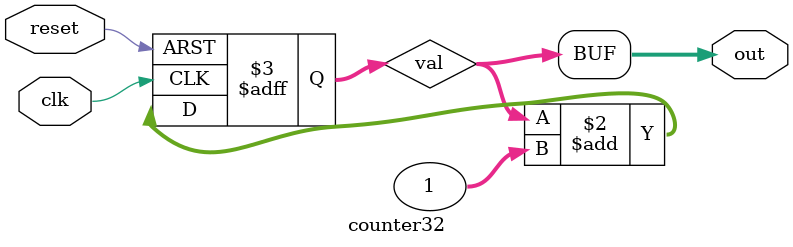
<source format=v>
module counter32(clk, reset, out);
    input clk, reset;
    output [31:0] out;
    
    reg [31:0] val /* synthesis syn_preserve=1 */;
    
    always@(posedge clk or posedge reset) begin
        if(reset) begin
            val <= 0;
        end else begin
            val <= val + 1;
        end
    end

    assign out = val;

endmodule
</source>
